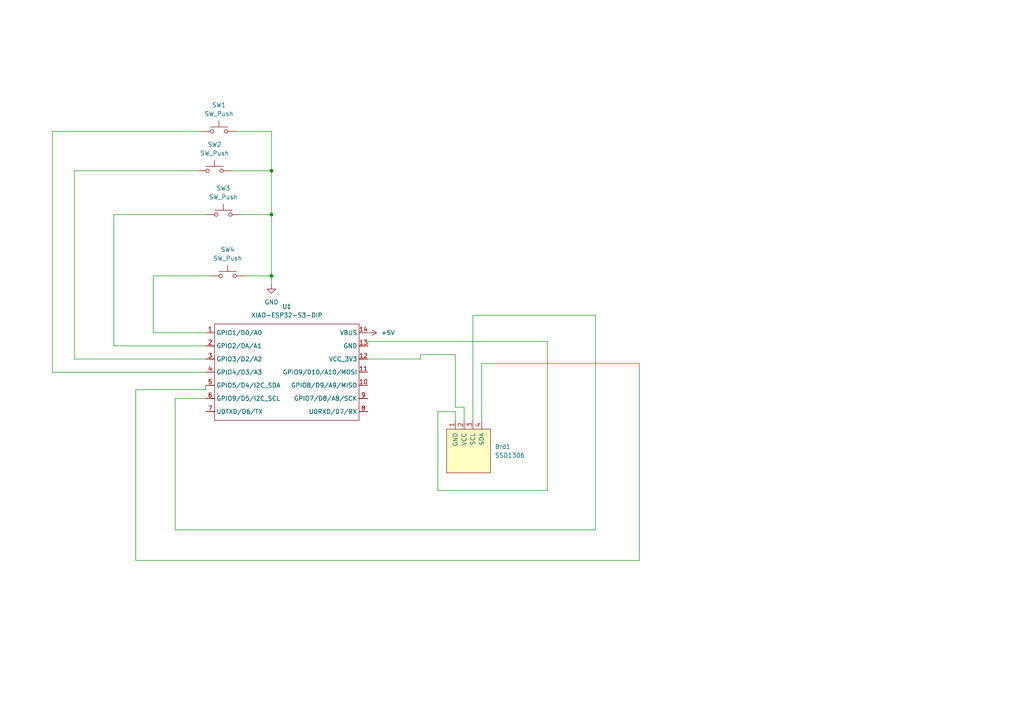
<source format=kicad_sch>
(kicad_sch (version 20250114) (generator "eeschema") (generator_version "9.0")
  (paper "A4")
  (lib_symbols
    (symbol "SSD1306-128x64_OLED:SSD1306" (pin_names (offset 1.016))
      (property "Reference" "Brd" (at 0 -3.81 0))
      (property "Value" "SSD1306" (at 0 -1.27 0))
      (symbol "SSD1306_0_1"
        (rectangle (start -6.35 6.35) (end 6.35 -6.35) (fill (type background)))
      )
      (symbol "SSD1306_1_1"
        (pin input line (at -3.81 8.89 270) (length 2.54) (name "GND") (number "1"))
        (pin input line (at -1.27 8.89 270) (length 2.54) (name "VCC") (number "2"))
        (pin input line (at 1.27 8.89 270) (length 2.54) (name "SCL") (number "3"))
        (pin input line (at 3.81 8.89 270) (length 2.54) (name "SDA") (number "4"))
      )
    )
    (symbol "Seeed_Studio_XIAO_Series:XIAO-ESP32-S3-DIP"
      (property "Reference" "U" (at 1.27 0.508 0))
      (property "Value" "XIAO-ESP32-S3-DIP" (at 9.652 -1.778 0))
      (symbol "XIAO-ESP32-S3-DIP_1_0"
        (polyline (pts (xy 0 -2.54) (xy 41.91 -2.54)) (stroke (width 0.1524)))
        (polyline (pts (xy 0 -5.08) (xy -1.27 -5.08)) (stroke (width 0.1524)))
        (polyline (pts (xy 0 -5.08) (xy 0 -2.54)) (stroke (width 0.1524)))
        (polyline (pts (xy 0 -8.89) (xy -1.27 -8.89)) (stroke (width 0.1524)))
        (polyline (pts (xy 0 -8.89) (xy 0 -5.08)) (stroke (width 0.1524)))
        (polyline (pts (xy 0 -12.7) (xy -1.27 -12.7)) (stroke (width 0.1524)))
        (polyline (pts (xy 0 -12.7) (xy 0 -8.89)) (stroke (width 0.1524)))
        (polyline (pts (xy 0 -16.51) (xy -1.27 -16.51)) (stroke (width 0.1524)))
        (polyline (pts (xy 0 -16.51) (xy 0 -12.7)) (stroke (width 0.1524)))
        (polyline (pts (xy 0 -20.32) (xy -1.27 -20.32)) (stroke (width 0.1524)))
        (polyline (pts (xy 0 -24.13) (xy -1.27 -24.13)) (stroke (width 0.1524)))
        (polyline (pts (xy 0 -27.94) (xy -1.27 -27.94)) (stroke (width 0.1524)))
        (polyline (pts (xy 0 -30.48) (xy 0 -16.51)) (stroke (width 0.1524)))
        (polyline (pts (xy 41.91 -2.54) (xy 41.91 -5.08)) (stroke (width 0.1524)))
        (polyline (pts (xy 41.91 -5.08) (xy 41.91 -8.89)) (stroke (width 0.1524)))
        (polyline (pts (xy 41.91 -8.89) (xy 41.91 -12.7)) (stroke (width 0.1524)))
        (polyline (pts (xy 41.91 -12.7) (xy 41.91 -30.48)) (stroke (width 0.1524)))
        (polyline (pts (xy 41.91 -30.48) (xy 0 -30.48)) (stroke (width 0.1524)))
        (polyline (pts (xy 43.18 -5.08) (xy 41.91 -5.08)) (stroke (width 0.1524)))
        (polyline (pts (xy 43.18 -8.89) (xy 41.91 -8.89)) (stroke (width 0.1524)))
        (polyline (pts (xy 43.18 -12.7) (xy 41.91 -12.7)) (stroke (width 0.1524)))
        (polyline (pts (xy 43.18 -16.51) (xy 41.91 -16.51)) (stroke (width 0.1524)))
        (polyline (pts (xy 43.18 -20.32) (xy 41.91 -20.32)) (stroke (width 0.1524)))
        (polyline (pts (xy 43.18 -24.13) (xy 41.91 -24.13)) (stroke (width 0.1524)))
        (polyline (pts (xy 43.18 -27.94) (xy 41.91 -27.94)) (stroke (width 0.1524)))
        (pin passive line (at -2.54 -5.08 0) (length 2.54) (name "GPIO1/D0/A0") (number "1"))
        (pin passive line (at -2.54 -8.89 0) (length 2.54) (name "GPIO2/DA/A1") (number "2"))
        (pin passive line (at -2.54 -12.7 0) (length 2.54) (name "GPIO3/D2/A2") (number "3"))
        (pin passive line (at -2.54 -16.51 0) (length 2.54) (name "GPIO4/D3/A3") (number "4"))
        (pin passive line (at -2.54 -20.32 0) (length 2.54) (name "GPIO5/D4/I2C_SDA") (number "5"))
        (pin passive line (at -2.54 -24.13 0) (length 2.54) (name "GPIO9/D5/I2C_SCL") (number "6"))
        (pin passive line (at -2.54 -27.94 0) (length 2.54) (name "U0TXD/D6/TX") (number "7"))
        (pin passive line (at 44.45 -5.08 180) (length 2.54) (name "VBUS") (number "14"))
        (pin passive line (at 44.45 -8.89 180) (length 2.54) (name "GND") (number "13"))
        (pin passive line (at 44.45 -12.7 180) (length 2.54) (name "VCC_3V3") (number "12"))
        (pin passive line (at 44.45 -16.51 180) (length 2.54) (name "GPIO9/D10/A10/MOSI") (number "11"))
        (pin passive line (at 44.45 -20.32 180) (length 2.54) (name "GPIO8/D9/A9/MISO") (number "10"))
        (pin passive line (at 44.45 -24.13 180) (length 2.54) (name "GPIO7/D8/A8/SCK") (number "9"))
        (pin passive line (at 44.45 -27.94 180) (length 2.54) (name "U0RXD/D7/RX") (number "8"))
      )
    )
    (symbol "Switch:SW_Push" (pin_numbers (hide yes)) (pin_names (offset 1.016) (hide yes))
      (property "Reference" "SW" (at 1.27 2.54 0))
      (property "Value" "SW_Push" (at 0 -1.524 0))
      (symbol "SW_Push_0_1"
        (circle (center -2.032 0) (radius 0.508))
        (polyline (pts (xy 0 1.27) (xy 0 3.048)))
        (circle (center 2.032 0) (radius 0.508))
        (polyline (pts (xy 2.54 1.27) (xy -2.54 1.27)))
        (pin passive line (at -5.08 0 0) (length 2.54) (name "1") (number "1"))
        (pin passive line (at 5.08 0 180) (length 2.54) (name "2") (number "2"))
      )
    )
    (symbol "power:+5V" (power) (pin_numbers (hide yes)) (pin_names (offset 0) (hide yes))
      (property "Value" "+5V" (at 0 3.556 0))
      (symbol "+5V_0_1"
        (polyline (pts (xy -0.762 1.27) (xy 0 2.54)))
        (polyline (pts (xy 0 2.54) (xy 0.762 1.27)))
        (polyline (pts (xy 0 0) (xy 0 2.54)))
      )
      (symbol "+5V_1_1"
        (pin power_in line (at 0 0 90) (length 0) (name "~") (number "1"))
      )
    )
    (symbol "power:GND" (power) (pin_numbers (hide yes)) (pin_names (offset 0) (hide yes))
      (property "Value" "GND" (at 0 -3.81 0))
      (symbol "GND_0_1"
        (polyline (pts (xy 0 0) (xy 0 -1.27) (xy 1.27 -1.27) (xy 0 -2.54) (xy -1.27 -1.27) (xy 0 -1.27)))
      )
      (symbol "GND_1_1"
        (pin power_in line (at 0 0 270) (length 0) (name "~") (number "1"))
      )
    )
  )
  (junction (at 78.74 62.23))
  (junction (at 78.74 80.01))
  (junction (at 78.74 49.53))
  (wire (pts (xy 59.69 107.95) (xy 15.24 107.95)))
  (wire (pts (xy 158.75 99.06) (xy 106.68 99.06)))
  (wire (pts (xy 121.92 104.14) (xy 106.68 104.14)))
  (wire (pts (xy 59.69 113.03) (xy 59.69 111.76)))
  (wire (pts (xy 71.12 80.01) (xy 78.74 80.01)))
  (wire (pts (xy 59.69 104.14) (xy 21.59 104.14)))
  (wire (pts (xy 21.59 104.14) (xy 21.59 49.53)))
  (wire (pts (xy 15.24 107.95) (xy 15.24 38.1)))
  (wire (pts (xy 50.8 115.57) (xy 59.69 115.57)))
  (wire (pts (xy 78.74 62.23) (xy 78.74 49.53)))
  (wire (pts (xy 78.74 80.01) (xy 78.74 62.23)))
  (wire (pts (xy 33.02 100.33) (xy 33.02 62.23)))
  (wire (pts (xy 185.42 105.41) (xy 185.42 162.56)))
  (wire (pts (xy 67.31 49.53) (xy 78.74 49.53)))
  (wire (pts (xy 78.74 38.1) (xy 68.58 38.1)))
  (wire (pts (xy 127 119.38) (xy 132.08 119.38)))
  (wire (pts (xy 44.45 96.52) (xy 44.45 80.01)))
  (wire (pts (xy 158.75 142.24) (xy 158.75 99.06)))
  (wire (pts (xy 134.62 118.11) (xy 132.08 118.11)))
  (wire (pts (xy 50.8 153.67) (xy 50.8 115.57)))
  (wire (pts (xy 172.72 153.67) (xy 50.8 153.67)))
  (wire (pts (xy 132.08 102.87) (xy 121.92 102.87)))
  (wire (pts (xy 137.16 91.44) (xy 172.72 91.44)))
  (wire (pts (xy 39.37 162.56) (xy 39.37 113.03)))
  (wire (pts (xy 33.02 100.33) (xy 59.69 100.33)))
  (wire (pts (xy 44.45 80.01) (xy 60.96 80.01)))
  (wire (pts (xy 132.08 118.11) (xy 132.08 102.87)))
  (wire (pts (xy 137.16 121.92) (xy 137.16 91.44)))
  (wire (pts (xy 78.74 82.55) (xy 78.74 80.01)))
  (wire (pts (xy 139.7 105.41) (xy 185.42 105.41)))
  (wire (pts (xy 106.68 99.06) (xy 106.68 100.33)))
  (wire (pts (xy 127 142.24) (xy 158.75 142.24)))
  (wire (pts (xy 121.92 102.87) (xy 121.92 104.14)))
  (wire (pts (xy 21.59 49.53) (xy 57.15 49.53)))
  (wire (pts (xy 185.42 162.56) (xy 39.37 162.56)))
  (wire (pts (xy 139.7 121.92) (xy 139.7 105.41)))
  (wire (pts (xy 33.02 62.23) (xy 59.69 62.23)))
  (wire (pts (xy 44.45 96.52) (xy 59.69 96.52)))
  (wire (pts (xy 39.37 113.03) (xy 59.69 113.03)))
  (wire (pts (xy 127 119.38) (xy 127 142.24)))
  (wire (pts (xy 134.62 118.11) (xy 134.62 121.92)))
  (wire (pts (xy 132.08 119.38) (xy 132.08 121.92)))
  (wire (pts (xy 78.74 49.53) (xy 78.74 38.1)))
  (wire (pts (xy 15.24 38.1) (xy 58.42 38.1)))
  (wire (pts (xy 69.85 62.23) (xy 78.74 62.23)))
  (wire (pts (xy 172.72 91.44) (xy 172.72 153.67)))
  (symbol (lib_id "Switch:SW_Push") (at 63.5 38.1 0) (unit 1)
    (property "Reference" "SW1" (at 63.5 30.48 0))
    (property "Value" "SW_Push" (at 63.5 33.02 0))
    (property "Footprint" "Button_Switch_Keyboard:SW_Cherry_MX_1.00u_PCB" (effects (hide yes)))
    (property "Description" "Push button switch, generic, two pins" (effects (hide yes)))
  )
  (symbol (lib_id "Switch:SW_Push") (at 66.04 80.01 0) (unit 1)
    (property "Reference" "SW4" (at 66.04 72.39 0))
    (property "Value" "SW_Push" (at 66.04 74.93 0))
    (property "Footprint" "Button_Switch_Keyboard:SW_Cherry_MX_1.00u_PCB" (effects (hide yes)))
    (property "Description" "Push button switch, generic, two pins" (effects (hide yes)))
  )
  (symbol (lib_id "Switch:SW_Push") (at 62.23 49.53 0) (unit 1)
    (property "Reference" "SW2" (at 62.23 41.91 0))
    (property "Value" "SW_Push" (at 62.23 44.45 0))
    (property "Footprint" "Button_Switch_Keyboard:SW_Cherry_MX_1.00u_PCB" (effects (hide yes)))
    (property "Description" "Push button switch, generic, two pins" (effects (hide yes)))
  )
  (symbol (lib_id "SSD1306-128x64_OLED:SSD1306") (at 135.89 130.81 0) (unit 1)
    (property "Reference" "Brd1" (at 143.51 129.5399 0) (effects (justify left)))
    (property "Value" "SSD1306" (at 143.51 132.0799 0) (effects (justify left)))
    (property "Footprint" "SSD1306:128x64OLED" (effects (hide yes)))
    (property "Description" "SSD1306 OLED" (effects (hide yes)))
  )
  (symbol (lib_id "Switch:SW_Push") (at 64.77 62.23 0) (unit 1)
    (property "Reference" "SW3" (at 64.77 54.61 0))
    (property "Value" "SW_Push" (at 64.77 57.15 0))
    (property "Footprint" "Button_Switch_Keyboard:SW_Cherry_MX_1.00u_PCB" (effects (hide yes)))
    (property "Description" "Push button switch, generic, two pins" (effects (hide yes)))
  )
  (symbol (lib_id "power:GND") (at 78.74 82.55 0) (unit 1)
    (property "Reference" "#PWR01" (effects (hide yes)))
    (property "Value" "GND" (at 78.74 87.63 0))
    (property "Description" "Power symbol creates a global label with name \"GND\" , ground" (effects (hide yes)))
  )
  (symbol (lib_id "power:+5V") (at 106.68 96.52 270) (unit 1)
    (property "Reference" "#PWR07" (effects (hide yes)))
    (property "Value" "+5V" (at 110.49 96.5199 90) (effects (justify left)))
    (property "Description" "Power symbol creates a global label with name \"+5V\"" (effects (hide yes)))
  )
  (symbol (lib_id "Seeed_Studio_XIAO_Series:XIAO-ESP32-S3-DIP") (at 62.23 91.44 0) (unit 1)
    (property "Reference" "U1" (at 83.185 88.9 0))
    (property "Value" "XIAO-ESP32-S3-DIP" (at 83.185 91.44 0))
    (property "Footprint" "Seeed Studio XIAO Series Library:XIAO-ESP32S3-DIP" (effects (hide yes)))
  )
)
</source>
